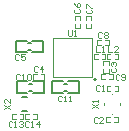
<source format=gto>
G04*
G04 #@! TF.GenerationSoftware,Altium Limited,Altium Designer,19.0.15 (446)*
G04*
G04 Layer_Color=65535*
%FSLAX24Y24*%
%MOIN*%
G70*
G01*
G75*
%ADD10C,0.0079*%
%ADD11C,0.0060*%
%ADD12C,0.0049*%
D10*
X846Y-827D02*
G03*
X846Y-827I-39J0D01*
G01*
X-1417Y157D02*
X-1339D01*
X-1417Y394D02*
X-1339D01*
X-1388Y-965D02*
X-1309D01*
X-1388Y-1201D02*
X-1309D01*
X-1643Y-1402D02*
X-1454D01*
X-1643Y-1874D02*
X-1454D01*
X-217Y-1201D02*
X-138D01*
X-217Y-965D02*
X-138D01*
D11*
X-1841Y79D02*
Y472D01*
X-915Y79D02*
Y472D01*
X-1280Y79D02*
X-915D01*
X-1841D02*
X-1476D01*
X-1280Y472D02*
X-915D01*
X-1841D02*
X-1476D01*
X-1811Y-886D02*
X-1447D01*
X-1250D02*
X-886D01*
X-1811Y-1280D02*
X-1447D01*
X-1250D02*
X-886D01*
Y-886D01*
X-1811Y-1280D02*
Y-886D01*
X-79Y-1280D02*
X285D01*
X-640D02*
X-276D01*
X-79Y-886D02*
X285D01*
X-640D02*
X-276D01*
X-640Y-1280D02*
Y-886D01*
X285Y-1280D02*
Y-886D01*
D12*
X1457Y-1199D02*
X1581D01*
X1195D02*
X1319D01*
X1457Y-1026D02*
X1581D01*
X1195D02*
X1319D01*
X1195Y-1199D02*
Y-1026D01*
X1581Y-1199D02*
Y-1026D01*
X1177Y-2079D02*
X1301D01*
X1439D02*
X1563D01*
X1177Y-2252D02*
X1301D01*
X1439D02*
X1563D01*
Y-2079D01*
X1177Y-2252D02*
Y-2079D01*
X1100Y-1683D02*
Y-1604D01*
X1360Y-1990D02*
X1376D01*
X1636Y-1683D02*
Y-1604D01*
X1360Y-1297D02*
X1376D01*
X-591Y-728D02*
Y571D01*
X709Y-728D02*
Y571D01*
X-591D02*
X709D01*
X-591Y-728D02*
X709D01*
X1394Y-808D02*
Y-635D01*
X1008Y-808D02*
Y-635D01*
X1132D01*
X1270D02*
X1394D01*
X1008Y-808D02*
X1132D01*
X1270D02*
X1394D01*
X1581Y-155D02*
Y18D01*
X1195Y-155D02*
Y18D01*
X1319D01*
X1457D02*
X1581D01*
X1195Y-155D02*
X1319D01*
X1457D02*
X1581D01*
X1151Y-155D02*
Y18D01*
X765Y-155D02*
Y18D01*
X889D01*
X1027D02*
X1151D01*
X765Y-155D02*
X889D01*
X1027D02*
X1151D01*
X-1525Y-1974D02*
X-1401Y-1974D01*
X-1263Y-1974D02*
X-1139D01*
X-1525Y-2148D02*
X-1401D01*
X-1263D02*
X-1139D01*
Y-1974D01*
X-1525Y-2148D02*
Y-1974D01*
X-1706Y-2148D02*
X-1582D01*
X-1967D02*
X-1843D01*
X-1706Y-1974D02*
X-1582Y-1974D01*
X-1967D02*
X-1843D01*
X-1967Y-2148D02*
X-1967Y-1974D01*
X-1582Y-2148D02*
Y-1974D01*
X1141Y332D02*
X1265D01*
X880D02*
X1004D01*
X1141Y505D02*
X1265D01*
X880D02*
X1004D01*
X880Y332D02*
Y505D01*
X1265Y332D02*
Y505D01*
X687Y1171D02*
Y1295D01*
Y909D02*
Y1033D01*
X514Y1171D02*
Y1295D01*
Y909D02*
Y1033D01*
Y909D02*
X687D01*
X514Y1295D02*
X687D01*
X314Y1171D02*
Y1295D01*
Y909D02*
Y1033D01*
X141Y1171D02*
Y1295D01*
Y909D02*
Y1033D01*
Y909D02*
X314D01*
X141Y1295D02*
X314D01*
X-1266Y-652D02*
X-1142D01*
X-1004D02*
X-880D01*
X-1266Y-825D02*
X-1142D01*
X-1004D02*
X-880D01*
Y-652D01*
X-1266Y-825D02*
Y-652D01*
X1259Y-330D02*
Y-206D01*
Y-592D02*
Y-468D01*
X1086Y-330D02*
Y-206D01*
Y-592D02*
Y-468D01*
Y-592D02*
X1259D01*
X1086Y-206D02*
X1259D01*
X-1719Y-18D02*
X-1752Y15D01*
X-1818D01*
X-1850Y-18D01*
Y-149D01*
X-1818Y-182D01*
X-1752D01*
X-1719Y-149D01*
X-1522Y15D02*
X-1654D01*
Y-84D01*
X-1588Y-51D01*
X-1555D01*
X-1522Y-84D01*
Y-149D01*
X-1555Y-182D01*
X-1621D01*
X-1654Y-149D01*
X973Y-1051D02*
X940Y-1019D01*
X874D01*
X842Y-1051D01*
Y-1183D01*
X874Y-1215D01*
X940D01*
X973Y-1183D01*
X1038Y-1215D02*
X1104D01*
X1071D01*
Y-1019D01*
X1038Y-1051D01*
X889Y-2104D02*
X856Y-2071D01*
X791D01*
X758Y-2104D01*
Y-2235D01*
X791Y-2267D01*
X856D01*
X889Y-2235D01*
X1086Y-2267D02*
X955D01*
X1086Y-2136D01*
Y-2104D01*
X1053Y-2071D01*
X987D01*
X955Y-2104D01*
X707Y-1772D02*
X904Y-1641D01*
X707D02*
X904Y-1772D01*
Y-1575D02*
Y-1509D01*
Y-1542D01*
X707D01*
X740Y-1575D01*
X-1690Y-661D02*
X-1722Y-628D01*
X-1788D01*
X-1821Y-661D01*
Y-792D01*
X-1788Y-825D01*
X-1722D01*
X-1690Y-792D01*
X-1624Y-825D02*
X-1558D01*
X-1591D01*
Y-628D01*
X-1624Y-661D01*
X-1460D02*
X-1427Y-628D01*
X-1362D01*
X-1329Y-661D01*
Y-792D01*
X-1362Y-825D01*
X-1427D01*
X-1460Y-792D01*
Y-661D01*
X-98Y837D02*
Y673D01*
X-66Y640D01*
X-0D01*
X33Y673D01*
Y837D01*
X98Y640D02*
X164D01*
X131D01*
Y837D01*
X98Y804D01*
X1621Y-671D02*
X1588Y-639D01*
X1523D01*
X1490Y-671D01*
Y-803D01*
X1523Y-835D01*
X1588D01*
X1621Y-803D01*
X1687D02*
X1720Y-835D01*
X1785D01*
X1818Y-803D01*
Y-671D01*
X1785Y-639D01*
X1720D01*
X1687Y-671D01*
Y-704D01*
X1720Y-737D01*
X1818D01*
X1047Y735D02*
X1014Y768D01*
X948D01*
X915Y735D01*
Y604D01*
X948Y571D01*
X1014D01*
X1047Y604D01*
X1112Y735D02*
X1145Y768D01*
X1211D01*
X1243Y735D01*
Y702D01*
X1211Y669D01*
X1243Y636D01*
Y604D01*
X1211Y571D01*
X1145D01*
X1112Y604D01*
Y636D01*
X1145Y669D01*
X1112Y702D01*
Y735D01*
X1145Y669D02*
X1211D01*
X1230Y277D02*
Y80D01*
X1361D01*
X1558D02*
X1427D01*
X1558Y211D01*
Y244D01*
X1525Y277D01*
X1460D01*
X1427Y244D01*
X1356Y-429D02*
X1323Y-462D01*
Y-527D01*
X1356Y-560D01*
X1487D01*
X1520Y-527D01*
Y-462D01*
X1487Y-429D01*
X1356Y-363D02*
X1323Y-330D01*
Y-265D01*
X1356Y-232D01*
X1389D01*
X1422Y-265D01*
Y-298D01*
Y-265D01*
X1454Y-232D01*
X1487D01*
X1520Y-265D01*
Y-330D01*
X1487Y-363D01*
X830Y277D02*
Y80D01*
X961D01*
X1027D02*
X1092D01*
X1060D01*
Y277D01*
X1027Y244D01*
X-1385Y-2238D02*
X-1417Y-2205D01*
X-1483D01*
X-1516Y-2238D01*
Y-2369D01*
X-1483Y-2402D01*
X-1417D01*
X-1385Y-2369D01*
X-1319Y-2402D02*
X-1253D01*
X-1286D01*
Y-2205D01*
X-1319Y-2238D01*
X-1057Y-2402D02*
Y-2205D01*
X-1155Y-2303D01*
X-1024D01*
X-1946Y-2247D02*
X-1978Y-2215D01*
X-2044D01*
X-2077Y-2247D01*
Y-2379D01*
X-2044Y-2411D01*
X-1978D01*
X-1946Y-2379D01*
X-1880Y-2411D02*
X-1814D01*
X-1847D01*
Y-2215D01*
X-1880Y-2247D01*
X-1716D02*
X-1683Y-2215D01*
X-1618D01*
X-1585Y-2247D01*
Y-2280D01*
X-1618Y-2313D01*
X-1650D01*
X-1618D01*
X-1585Y-2346D01*
Y-2379D01*
X-1618Y-2411D01*
X-1683D01*
X-1716Y-2379D01*
X-1109Y-407D02*
X-1142Y-374D01*
X-1207D01*
X-1240Y-407D01*
Y-538D01*
X-1207Y-571D01*
X-1142D01*
X-1109Y-538D01*
X-945Y-571D02*
Y-374D01*
X-1043Y-472D01*
X-912D01*
X525Y1509D02*
X492Y1476D01*
Y1411D01*
X525Y1378D01*
X656D01*
X689Y1411D01*
Y1476D01*
X656Y1509D01*
X492Y1575D02*
Y1706D01*
X525D01*
X656Y1575D01*
X689D01*
X153Y1513D02*
X121Y1481D01*
Y1415D01*
X153Y1382D01*
X285D01*
X317Y1415D01*
Y1481D01*
X285Y1513D01*
X121Y1710D02*
X153Y1645D01*
X219Y1579D01*
X285D01*
X317Y1612D01*
Y1677D01*
X285Y1710D01*
X252D01*
X219Y1677D01*
Y1579D01*
X-2234Y-1801D02*
X-2037Y-1670D01*
X-2234D02*
X-2037Y-1801D01*
Y-1473D02*
Y-1604D01*
X-2169Y-1473D01*
X-2201D01*
X-2234Y-1506D01*
Y-1572D01*
X-2201Y-1604D01*
X-292Y-1391D02*
X-325Y-1358D01*
X-390D01*
X-423Y-1391D01*
Y-1522D01*
X-390Y-1555D01*
X-325D01*
X-292Y-1522D01*
X-226Y-1555D02*
X-161D01*
X-194D01*
Y-1358D01*
X-226Y-1391D01*
X-62Y-1555D02*
X3D01*
X-30D01*
Y-1358D01*
X-62Y-1391D01*
M02*

</source>
